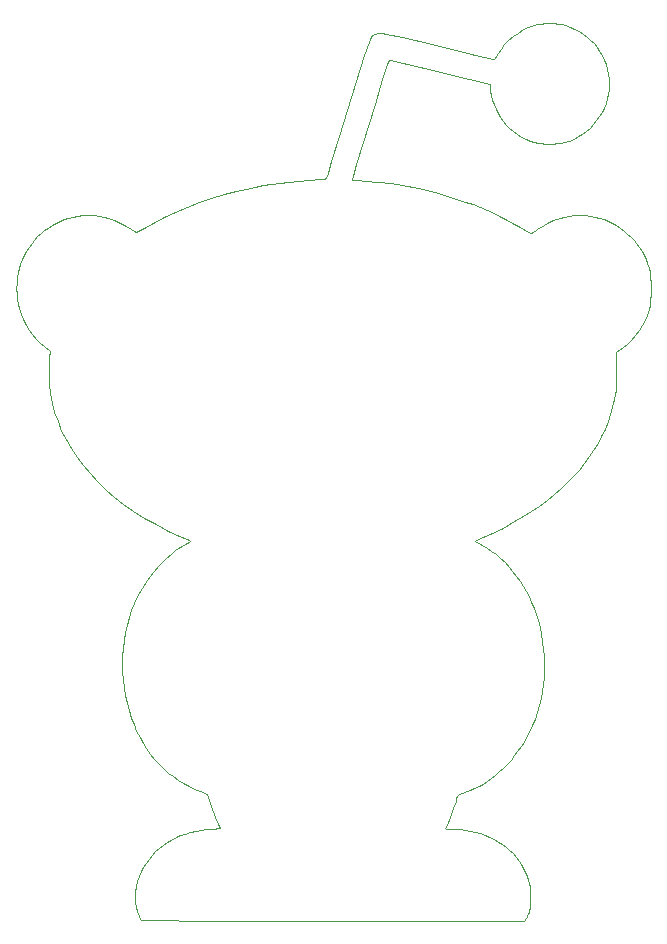
<source format=gbr>
G04 #@! TF.GenerationSoftware,KiCad,Pcbnew,(5.1.2)-1*
G04 #@! TF.CreationDate,2019-07-21T18:54:46-05:00*
G04 #@! TF.ProjectId,reddit-snoo-meetup,72656464-6974-42d7-936e-6f6f2d6d6565,rev?*
G04 #@! TF.SameCoordinates,Original*
G04 #@! TF.FileFunction,Profile,NP*
%FSLAX46Y46*%
G04 Gerber Fmt 4.6, Leading zero omitted, Abs format (unit mm)*
G04 Created by KiCad (PCBNEW (5.1.2)-1) date 2019-07-21 18:54:46*
%MOMM*%
%LPD*%
G04 APERTURE LIST*
%ADD10C,0.100000*%
G04 APERTURE END LIST*
D10*
X-14730858Y-35883875D02*
X-14796278Y-35837685D01*
X-14796278Y-35837685D02*
X-14865968Y-35752875D01*
X-14865968Y-35752875D02*
X-15008874Y-35488300D01*
X-15008874Y-35488300D02*
X-15141044Y-35131993D01*
X-15141044Y-35131993D02*
X-15243939Y-34725797D01*
X-15243939Y-34725797D02*
X-15298089Y-34326266D01*
X-15298089Y-34326266D02*
X-15311489Y-33898912D01*
X-15311489Y-33898912D02*
X-15286069Y-33454513D01*
X-15286069Y-33454513D02*
X-15223739Y-33003849D01*
X-15223739Y-33003849D02*
X-15126419Y-32557697D01*
X-15126419Y-32557697D02*
X-14996031Y-32126834D01*
X-14996031Y-32126834D02*
X-14834493Y-31722040D01*
X-14834493Y-31722040D02*
X-14643722Y-31354093D01*
X-14643722Y-31354093D02*
X-14418400Y-31001632D01*
X-14418400Y-31001632D02*
X-14170652Y-30667116D01*
X-14170652Y-30667116D02*
X-13901309Y-30351006D01*
X-13901309Y-30351006D02*
X-13611205Y-30053762D01*
X-13611205Y-30053762D02*
X-13301172Y-29775845D01*
X-13301172Y-29775845D02*
X-12972042Y-29517717D01*
X-12972042Y-29517717D02*
X-12624648Y-29279837D01*
X-12624648Y-29279837D02*
X-12259821Y-29062668D01*
X-12259821Y-29062668D02*
X-11878395Y-28866669D01*
X-11878395Y-28866669D02*
X-11481202Y-28692302D01*
X-11481202Y-28692302D02*
X-11069074Y-28540027D01*
X-11069074Y-28540027D02*
X-10642844Y-28410306D01*
X-10642844Y-28410306D02*
X-10203344Y-28303599D01*
X-10203344Y-28303599D02*
X-9751406Y-28220369D01*
X-9751406Y-28220369D02*
X-9287863Y-28161069D01*
X-9287863Y-28161069D02*
X-8813547Y-28126169D01*
X-8813547Y-28126169D02*
X-8142721Y-28087319D01*
X-8142721Y-28087319D02*
X-8302857Y-27690393D01*
X-8302857Y-27690393D02*
X-8536438Y-27106162D01*
X-8536438Y-27106162D02*
X-8850878Y-26247613D01*
X-8850878Y-26247613D02*
X-9222898Y-25193716D01*
X-9222898Y-25193716D02*
X-9836925Y-24970700D01*
X-9836925Y-24970700D02*
X-10322154Y-24776972D01*
X-10322154Y-24776972D02*
X-10794906Y-24553166D01*
X-10794906Y-24553166D02*
X-11254386Y-24300135D01*
X-11254386Y-24300135D02*
X-11699798Y-24018729D01*
X-11699798Y-24018729D02*
X-12130346Y-23709800D01*
X-12130346Y-23709800D02*
X-12545237Y-23374199D01*
X-12545237Y-23374199D02*
X-12943673Y-23012778D01*
X-12943673Y-23012778D02*
X-13324861Y-22626389D01*
X-13324861Y-22626389D02*
X-13688004Y-22215883D01*
X-13688004Y-22215883D02*
X-14032307Y-21782111D01*
X-14032307Y-21782111D02*
X-14356976Y-21325925D01*
X-14356976Y-21325925D02*
X-14661214Y-20848177D01*
X-14661214Y-20848177D02*
X-14944226Y-20349717D01*
X-14944226Y-20349717D02*
X-15205217Y-19831398D01*
X-15205217Y-19831398D02*
X-15443392Y-19294071D01*
X-15443392Y-19294071D02*
X-15657955Y-18738587D01*
X-15657955Y-18738587D02*
X-15867001Y-18104337D01*
X-15867001Y-18104337D02*
X-16043206Y-17459671D01*
X-16043206Y-17459671D02*
X-16186671Y-16806530D01*
X-16186671Y-16806530D02*
X-16297498Y-16146854D01*
X-16297498Y-16146854D02*
X-16375788Y-15482586D01*
X-16375788Y-15482586D02*
X-16421648Y-14815666D01*
X-16421648Y-14815666D02*
X-16435168Y-14148035D01*
X-16435168Y-14148035D02*
X-16416458Y-13481634D01*
X-16416458Y-13481634D02*
X-16365618Y-12818405D01*
X-16365618Y-12818405D02*
X-16282748Y-12160288D01*
X-16282748Y-12160288D02*
X-16167951Y-11509225D01*
X-16167951Y-11509225D02*
X-16021328Y-10867157D01*
X-16021328Y-10867157D02*
X-15842981Y-10236025D01*
X-15842981Y-10236025D02*
X-15633012Y-9617769D01*
X-15633012Y-9617769D02*
X-15391521Y-9014331D01*
X-15391521Y-9014331D02*
X-15118610Y-8427653D01*
X-15118610Y-8427653D02*
X-14740225Y-7737766D01*
X-14740225Y-7737766D02*
X-14306842Y-7066958D01*
X-14306842Y-7066958D02*
X-13828108Y-6425761D01*
X-13828108Y-6425761D02*
X-13313671Y-5824702D01*
X-13313671Y-5824702D02*
X-12773178Y-5274314D01*
X-12773178Y-5274314D02*
X-12216276Y-4785124D01*
X-12216276Y-4785124D02*
X-11934686Y-4566769D01*
X-11934686Y-4566769D02*
X-11652612Y-4367663D01*
X-11652612Y-4367663D02*
X-11371259Y-4189122D01*
X-11371259Y-4189122D02*
X-11091834Y-4032462D01*
X-11091834Y-4032462D02*
X-10783982Y-3858465D01*
X-10783982Y-3858465D02*
X-10655824Y-3759885D01*
X-10655824Y-3759885D02*
X-10729084Y-3711605D01*
X-10729084Y-3711605D02*
X-10928682Y-3613315D01*
X-10928682Y-3613315D02*
X-11584956Y-3323940D01*
X-11584956Y-3323940D02*
X-12529751Y-2891304D01*
X-12529751Y-2891304D02*
X-13554197Y-2362252D01*
X-13554197Y-2362252D02*
X-14569275Y-1785068D01*
X-14569275Y-1785068D02*
X-15485968Y-1208036D01*
X-15485968Y-1208036D02*
X-16317612Y-622972D01*
X-16317612Y-622972D02*
X-17101528Y-13669D01*
X-17101528Y-13669D02*
X-17836940Y618620D01*
X-17836940Y618620D02*
X-18523074Y1272638D01*
X-18523074Y1272638D02*
X-19159154Y1947130D01*
X-19159154Y1947130D02*
X-19744404Y2640840D01*
X-19744404Y2640840D02*
X-20278049Y3352514D01*
X-20278049Y3352514D02*
X-20759313Y4080896D01*
X-20759313Y4080896D02*
X-21187422Y4824730D01*
X-21187422Y4824730D02*
X-21561599Y5582762D01*
X-21561599Y5582762D02*
X-21881070Y6353736D01*
X-21881070Y6353736D02*
X-22145059Y7136396D01*
X-22145059Y7136396D02*
X-22352790Y7929488D01*
X-22352790Y7929488D02*
X-22503488Y8731755D01*
X-22503488Y8731755D02*
X-22596378Y9541944D01*
X-22596378Y9541944D02*
X-22630688Y10358797D01*
X-22630688Y10358797D02*
X-22618998Y11196944D01*
X-22618998Y11196944D02*
X-22582948Y11832461D01*
X-22582948Y11832461D02*
X-22529508Y12323682D01*
X-22529508Y12323682D02*
X-23034461Y12713480D01*
X-23034461Y12713480D02*
X-23396992Y13019227D01*
X-23396992Y13019227D02*
X-23734925Y13357031D01*
X-23734925Y13357031D02*
X-24046766Y13724635D01*
X-24046766Y13724635D02*
X-24331022Y14119780D01*
X-24331022Y14119780D02*
X-24586199Y14540207D01*
X-24586199Y14540207D02*
X-24810803Y14983659D01*
X-24810803Y14983659D02*
X-25003341Y15447878D01*
X-25003341Y15447878D02*
X-25162320Y15930605D01*
X-25162320Y15930605D02*
X-25250090Y16306824D01*
X-25250090Y16306824D02*
X-25312470Y16728326D01*
X-25312470Y16728326D02*
X-25349490Y17179313D01*
X-25349490Y17179313D02*
X-25361180Y17643987D01*
X-25361180Y17643987D02*
X-25347580Y18106550D01*
X-25347580Y18106550D02*
X-25308720Y18551203D01*
X-25308720Y18551203D02*
X-25244620Y18962148D01*
X-25244620Y18962148D02*
X-25155330Y19323586D01*
X-25155330Y19323586D02*
X-25023884Y19712180D01*
X-25023884Y19712180D02*
X-24872964Y20086734D01*
X-24872964Y20086734D02*
X-24703025Y20446782D01*
X-24703025Y20446782D02*
X-24514526Y20791857D01*
X-24514526Y20791857D02*
X-24307923Y21121492D01*
X-24307923Y21121492D02*
X-24083674Y21435221D01*
X-24083674Y21435221D02*
X-23842237Y21732576D01*
X-23842237Y21732576D02*
X-23584068Y22013090D01*
X-23584068Y22013090D02*
X-23309624Y22276298D01*
X-23309624Y22276298D02*
X-23019364Y22521731D01*
X-23019364Y22521731D02*
X-22713744Y22748924D01*
X-22713744Y22748924D02*
X-22393221Y22957409D01*
X-22393221Y22957409D02*
X-22058254Y23146720D01*
X-22058254Y23146720D02*
X-21709298Y23316389D01*
X-21709298Y23316389D02*
X-21346812Y23465951D01*
X-21346812Y23465951D02*
X-20971252Y23594938D01*
X-20971252Y23594938D02*
X-20608515Y23685248D01*
X-20608515Y23685248D02*
X-20196605Y23749698D01*
X-20196605Y23749698D02*
X-19752039Y23788288D01*
X-19752039Y23788288D02*
X-19291334Y23801028D01*
X-19291334Y23801028D02*
X-18831007Y23787928D01*
X-18831007Y23787928D02*
X-18387574Y23748988D01*
X-18387574Y23748988D02*
X-17977552Y23684228D01*
X-17977552Y23684228D02*
X-17617458Y23593638D01*
X-17617458Y23593638D02*
X-17074301Y23400837D01*
X-17074301Y23400837D02*
X-16570474Y23176597D01*
X-16570474Y23176597D02*
X-16111743Y22923774D01*
X-16111743Y22923774D02*
X-15703871Y22645226D01*
X-15703871Y22645226D02*
X-15414869Y22438710D01*
X-15414869Y22438710D02*
X-15257977Y22352810D01*
X-15257977Y22352810D02*
X-15040448Y22460575D01*
X-15040448Y22460575D02*
X-14605659Y22719670D01*
X-14605659Y22719670D02*
X-13799213Y23190736D01*
X-13799213Y23190736D02*
X-12913408Y23651776D01*
X-12913408Y23651776D02*
X-11963150Y24096796D01*
X-11963150Y24096796D02*
X-10963346Y24519803D01*
X-10963346Y24519803D02*
X-9928899Y24914802D01*
X-9928899Y24914802D02*
X-8874717Y25275800D01*
X-8874717Y25275800D02*
X-7815704Y25596803D01*
X-7815704Y25596803D02*
X-6766767Y25871817D01*
X-6766767Y25871817D02*
X-5953802Y26061206D01*
X-5953802Y26061206D02*
X-5202026Y26221980D01*
X-5202026Y26221980D02*
X-4488796Y26357512D01*
X-4488796Y26357512D02*
X-3791471Y26471176D01*
X-3791471Y26471176D02*
X-3087408Y26566346D01*
X-3087408Y26566346D02*
X-2353965Y26646396D01*
X-2353965Y26646396D02*
X-708369Y26774640D01*
X-708369Y26774640D02*
X346940Y26856380D01*
X346940Y26856380D02*
X679283Y26893960D01*
X679283Y26893960D02*
X814781Y26922860D01*
X814781Y26922860D02*
X975152Y27370975D01*
X975152Y27370975D02*
X1291261Y28370263D01*
X1291261Y28370263D02*
X1952531Y30498889D01*
X1952531Y30498889D02*
X2639871Y32709385D01*
X2639871Y32709385D02*
X4082583Y37339104D01*
X4082583Y37339104D02*
X4446919Y38438418D01*
X4446919Y38438418D02*
X4554889Y38731055D01*
X4554889Y38731055D02*
X4619129Y38870199D01*
X4619129Y38870199D02*
X4693179Y38957049D01*
X4693179Y38957049D02*
X4798981Y39047299D01*
X4798981Y39047299D02*
X4922418Y39130289D01*
X4922418Y39130289D02*
X5049375Y39195339D01*
X5049375Y39195339D02*
X5172633Y39240719D01*
X5172633Y39240719D02*
X5322191Y39261289D01*
X5322191Y39261289D02*
X5552335Y39246589D01*
X5552335Y39246589D02*
X5917355Y39186169D01*
X5917355Y39186169D02*
X7269172Y38886344D01*
X7269172Y38886344D02*
X9811945Y38278175D01*
X9811945Y38278175D02*
X13455175Y37408492D01*
X13455175Y37408492D02*
X14983615Y37040728D01*
X14983615Y37040728D02*
X15021955Y37037028D01*
X15021955Y37037028D02*
X15061845Y37048908D01*
X15061845Y37048908D02*
X15150475Y37124308D01*
X15150475Y37124308D02*
X15257911Y37276701D01*
X15257911Y37276701D02*
X15392556Y37515843D01*
X15392556Y37515843D02*
X15632991Y37908378D01*
X15632991Y37908378D02*
X15928775Y38286441D01*
X15928775Y38286441D02*
X16272470Y38644175D01*
X16272470Y38644175D02*
X16656637Y38975723D01*
X16656637Y38975723D02*
X17073839Y39275228D01*
X17073839Y39275228D02*
X17516636Y39536832D01*
X17516636Y39536832D02*
X17977591Y39754678D01*
X17977591Y39754678D02*
X18449266Y39922909D01*
X18449266Y39922909D02*
X18725510Y39987969D01*
X18725510Y39987969D02*
X19045671Y40034438D01*
X19045671Y40034438D02*
X19395112Y40062319D01*
X19395112Y40062319D02*
X19759191Y40071609D01*
X19759191Y40071609D02*
X20123270Y40062319D01*
X20123270Y40062319D02*
X20472711Y40034438D01*
X20472711Y40034438D02*
X20792872Y39987969D01*
X20792872Y39987969D02*
X21069116Y39922909D01*
X21069116Y39922909D02*
X21475242Y39783711D01*
X21475242Y39783711D02*
X21863789Y39614321D01*
X21863789Y39614321D02*
X22233567Y39416324D01*
X22233567Y39416324D02*
X22583386Y39191307D01*
X22583386Y39191307D02*
X22912057Y38940855D01*
X22912057Y38940855D02*
X23218389Y38666555D01*
X23218389Y38666555D02*
X23501193Y38369993D01*
X23501193Y38369993D02*
X23759280Y38052754D01*
X23759280Y38052754D02*
X23991459Y37716425D01*
X23991459Y37716425D02*
X24196541Y37362591D01*
X24196541Y37362591D02*
X24373336Y36992839D01*
X24373336Y36992839D02*
X24520654Y36608755D01*
X24520654Y36608755D02*
X24637306Y36211924D01*
X24637306Y36211924D02*
X24722106Y35803933D01*
X24722106Y35803933D02*
X24773856Y35386368D01*
X24773856Y35386368D02*
X24791366Y34960814D01*
X24791366Y34960814D02*
X24772976Y34532431D01*
X24772976Y34532431D02*
X24718796Y34110876D01*
X24718796Y34110876D02*
X24630296Y33698078D01*
X24630296Y33698078D02*
X24508933Y33295967D01*
X24508933Y33295967D02*
X24356178Y32906473D01*
X24356178Y32906473D02*
X24173498Y32531524D01*
X24173498Y32531524D02*
X23962362Y32173050D01*
X23962362Y32173050D02*
X23724236Y31832980D01*
X23724236Y31832980D02*
X23460587Y31513243D01*
X23460587Y31513243D02*
X23172884Y31215770D01*
X23172884Y31215770D02*
X22862592Y30942489D01*
X22862592Y30942489D02*
X22531179Y30695329D01*
X22531179Y30695329D02*
X22180113Y30476221D01*
X22180113Y30476221D02*
X21810861Y30287093D01*
X21810861Y30287093D02*
X21424889Y30129874D01*
X21424889Y30129874D02*
X21023666Y30006495D01*
X21023666Y30006495D02*
X20747589Y29948615D01*
X20747589Y29948615D02*
X20437382Y29907245D01*
X20437382Y29907245D02*
X20104301Y29882405D01*
X20104301Y29882405D02*
X19759605Y29874105D01*
X19759605Y29874105D02*
X19414549Y29882305D01*
X19414549Y29882305D02*
X19080393Y29907035D01*
X19080393Y29907035D02*
X18768393Y29948305D01*
X18768393Y29948305D02*
X18489806Y30006105D01*
X18489806Y30006105D02*
X18110835Y30122119D01*
X18110835Y30122119D02*
X17736582Y30273895D01*
X17736582Y30273895D02*
X17371084Y30458746D01*
X17371084Y30458746D02*
X17018376Y30673986D01*
X17018376Y30673986D02*
X16682497Y30916929D01*
X16682497Y30916929D02*
X16367482Y31184889D01*
X16367482Y31184889D02*
X16077370Y31475179D01*
X16077370Y31475179D02*
X15816196Y31785114D01*
X15816196Y31785114D02*
X15595927Y32100257D01*
X15595927Y32100257D02*
X15391236Y32449240D01*
X15391236Y32449240D02*
X15206321Y32821080D01*
X15206321Y32821080D02*
X15045382Y33204790D01*
X15045382Y33204790D02*
X14912620Y33589384D01*
X14912620Y33589384D02*
X14812233Y33963879D01*
X14812233Y33963879D02*
X14748423Y34317287D01*
X14748423Y34317287D02*
X14725383Y34638625D01*
X14725383Y34638625D02*
X14724383Y34930373D01*
X14724383Y34930373D02*
X12984633Y35353621D01*
X12984633Y35353621D02*
X8829723Y36354476D01*
X8829723Y36354476D02*
X6279023Y36972893D01*
X6279023Y36972893D02*
X6226723Y36966693D01*
X6226723Y36966693D02*
X6169753Y36914093D01*
X6169753Y36914093D02*
X6105963Y36809818D01*
X6105963Y36809818D02*
X6033203Y36648610D01*
X6033203Y36648610D02*
X5852224Y36134355D01*
X5852224Y36134355D02*
X5609676Y35329242D01*
X5609676Y35329242D02*
X4955376Y33200617D01*
X4955376Y33200617D02*
X3381738Y28128868D01*
X3381738Y28128868D02*
X3093161Y27165866D01*
X3093161Y27165866D02*
X3016931Y26859522D01*
X3016931Y26859522D02*
X3050991Y26825302D01*
X3050991Y26825302D02*
X3145471Y26798152D01*
X3145471Y26798152D02*
X3469547Y26773802D01*
X3469547Y26773802D02*
X4191804Y26735812D01*
X4191804Y26735812D02*
X5214746Y26637962D01*
X5214746Y26637962D02*
X6316248Y26504448D01*
X6316248Y26504448D02*
X7274187Y26359459D01*
X7274187Y26359459D02*
X8674248Y26084677D01*
X8674248Y26084677D02*
X10036822Y25759140D01*
X10036822Y25759140D02*
X11359216Y25383807D01*
X11359216Y25383807D02*
X12638734Y24959641D01*
X12638734Y24959641D02*
X13261573Y24729545D01*
X13261573Y24729545D02*
X13872682Y24487601D01*
X13872682Y24487601D02*
X14471724Y24233929D01*
X14471724Y24233929D02*
X15058363Y23968649D01*
X15058363Y23968649D02*
X15632262Y23691881D01*
X15632262Y23691881D02*
X16193083Y23403746D01*
X16193083Y23403746D02*
X16740490Y23104363D01*
X16740490Y23104363D02*
X17274147Y22793853D01*
X17274147Y22793853D02*
X17906136Y22424545D01*
X17906136Y22424545D02*
X18201877Y22270939D01*
X18201877Y22270939D02*
X18341893Y22352619D01*
X18341893Y22352619D02*
X18599427Y22549004D01*
X18599427Y22549004D02*
X18798909Y22700383D01*
X18798909Y22700383D02*
X19023871Y22851225D01*
X19023871Y22851225D02*
X19529543Y23140580D01*
X19529543Y23140580D02*
X20075057Y23395637D01*
X20075057Y23395637D02*
X20619027Y23594960D01*
X20619027Y23594960D02*
X20981766Y23685270D01*
X20981766Y23685270D02*
X21393677Y23749720D01*
X21393677Y23749720D02*
X21838244Y23788310D01*
X21838244Y23788310D02*
X22298950Y23801050D01*
X22298950Y23801050D02*
X22759277Y23787950D01*
X22759277Y23787950D02*
X23202710Y23749010D01*
X23202710Y23749010D02*
X23612733Y23684250D01*
X23612733Y23684250D02*
X23972827Y23593660D01*
X23972827Y23593660D02*
X24355551Y23461049D01*
X24355551Y23461049D02*
X24725023Y23308016D01*
X24725023Y23308016D02*
X25080637Y23135176D01*
X25080637Y23135176D02*
X25421783Y22943140D01*
X25421783Y22943140D02*
X25747856Y22732521D01*
X25747856Y22732521D02*
X26058246Y22503933D01*
X26058246Y22503933D02*
X26352346Y22257989D01*
X26352346Y22257989D02*
X26629548Y21995301D01*
X26629548Y21995301D02*
X26889245Y21716482D01*
X26889245Y21716482D02*
X27130829Y21422145D01*
X27130829Y21422145D02*
X27353693Y21112903D01*
X27353693Y21112903D02*
X27557227Y20789370D01*
X27557227Y20789370D02*
X27740826Y20452157D01*
X27740826Y20452157D02*
X27903881Y20101878D01*
X27903881Y20101878D02*
X28045783Y19739146D01*
X28045783Y19739146D02*
X28165927Y19364573D01*
X28165927Y19364573D02*
X28254347Y18982083D01*
X28254347Y18982083D02*
X28317497Y18550254D01*
X28317497Y18550254D02*
X28355387Y18085532D01*
X28355387Y18085532D02*
X28368017Y17604363D01*
X28368017Y17604363D02*
X28355387Y17123194D01*
X28355387Y17123194D02*
X28317497Y16658472D01*
X28317497Y16658472D02*
X28254347Y16226643D01*
X28254347Y16226643D02*
X28165927Y15844153D01*
X28165927Y15844153D02*
X28010802Y15381743D01*
X28010802Y15381743D02*
X27813811Y14925128D01*
X27813811Y14925128D02*
X27578832Y14479990D01*
X27578832Y14479990D02*
X27309744Y14052014D01*
X27309744Y14052014D02*
X27010425Y13646884D01*
X27010425Y13646884D02*
X26684752Y13270283D01*
X26684752Y13270283D02*
X26336603Y12927894D01*
X26336603Y12927894D02*
X25969857Y12625401D01*
X25969857Y12625401D02*
X25417217Y12211533D01*
X25417217Y12211533D02*
X25407217Y10548358D01*
X25407217Y10548358D02*
X25386597Y9446504D01*
X25386597Y9446504D02*
X25360187Y9023732D01*
X25360187Y9023732D02*
X25317127Y8645390D01*
X25317127Y8645390D02*
X25252987Y8280724D01*
X25252987Y8280724D02*
X25163327Y7898979D01*
X25163327Y7898979D02*
X24889687Y6961234D01*
X24889687Y6961234D02*
X24680586Y6347958D01*
X24680586Y6347958D02*
X24435356Y5741107D01*
X24435356Y5741107D02*
X24154603Y5141395D01*
X24154603Y5141395D02*
X23838937Y4549537D01*
X23838937Y4549537D02*
X23488965Y3966250D01*
X23488965Y3966250D02*
X23105294Y3392247D01*
X23105294Y3392247D02*
X22688532Y2828246D01*
X22688532Y2828246D02*
X22239287Y2274960D01*
X22239287Y2274960D02*
X21758166Y1733105D01*
X21758166Y1733105D02*
X21245778Y1203397D01*
X21245778Y1203397D02*
X20702730Y686550D01*
X20702730Y686550D02*
X20129629Y183281D01*
X20129629Y183281D02*
X19527084Y-305697D01*
X19527084Y-305697D02*
X18895702Y-779666D01*
X18895702Y-779666D02*
X18236090Y-1237913D01*
X18236090Y-1237913D02*
X17548857Y-1679721D01*
X17548857Y-1679721D02*
X16796250Y-2108892D01*
X16796250Y-2108892D02*
X15788996Y-2636594D01*
X15788996Y-2636594D02*
X14710857Y-3169378D01*
X14710857Y-3169378D02*
X13745597Y-3613796D01*
X13745597Y-3613796D02*
X13462757Y-3736963D01*
X13462757Y-3736963D02*
X14032147Y-4072135D01*
X14032147Y-4072135D02*
X14445869Y-4330682D01*
X14445869Y-4330682D02*
X14846340Y-4611180D01*
X14846340Y-4611180D02*
X15233038Y-4912925D01*
X15233038Y-4912925D02*
X15605439Y-5235213D01*
X15605439Y-5235213D02*
X15963021Y-5577339D01*
X15963021Y-5577339D02*
X16305260Y-5938599D01*
X16305260Y-5938599D02*
X16631633Y-6318289D01*
X16631633Y-6318289D02*
X16941617Y-6715705D01*
X16941617Y-6715705D02*
X17234689Y-7130143D01*
X17234689Y-7130143D02*
X17510326Y-7560898D01*
X17510326Y-7560898D02*
X17768005Y-8007266D01*
X17768005Y-8007266D02*
X18007202Y-8468543D01*
X18007202Y-8468543D02*
X18227395Y-8944025D01*
X18227395Y-8944025D02*
X18428061Y-9433007D01*
X18428061Y-9433007D02*
X18608676Y-9934785D01*
X18608676Y-9934785D02*
X18768717Y-10448656D01*
X18768717Y-10448656D02*
X18928683Y-11054580D01*
X18928683Y-11054580D02*
X19060795Y-11663219D01*
X19060795Y-11663219D02*
X19165127Y-12273597D01*
X19165127Y-12273597D02*
X19241757Y-12884740D01*
X19241757Y-12884740D02*
X19290757Y-13495672D01*
X19290757Y-13495672D02*
X19312207Y-14105418D01*
X19312207Y-14105418D02*
X19306207Y-14713002D01*
X19306207Y-14713002D02*
X19272787Y-15317448D01*
X19272787Y-15317448D02*
X19212047Y-15917781D01*
X19212047Y-15917781D02*
X19124067Y-16513026D01*
X19124067Y-16513026D02*
X19008913Y-17102208D01*
X19008913Y-17102208D02*
X18866666Y-17684350D01*
X18866666Y-17684350D02*
X18697402Y-18258477D01*
X18697402Y-18258477D02*
X18501199Y-18823615D01*
X18501199Y-18823615D02*
X18278131Y-19378787D01*
X18278131Y-19378787D02*
X18028276Y-19923018D01*
X18028276Y-19923018D02*
X17809594Y-20347195D01*
X17809594Y-20347195D02*
X17574102Y-20760109D01*
X17574102Y-20760109D02*
X17322701Y-21160870D01*
X17322701Y-21160870D02*
X17056293Y-21548591D01*
X17056293Y-21548591D02*
X16775781Y-21922382D01*
X16775781Y-21922382D02*
X16482067Y-22281354D01*
X16482067Y-22281354D02*
X16176053Y-22624618D01*
X16176053Y-22624618D02*
X15858641Y-22951286D01*
X15858641Y-22951286D02*
X15530733Y-23260468D01*
X15530733Y-23260468D02*
X15193232Y-23551276D01*
X15193232Y-23551276D02*
X14847039Y-23822820D01*
X14847039Y-23822820D02*
X14493056Y-24074212D01*
X14493056Y-24074212D02*
X14132187Y-24304563D01*
X14132187Y-24304563D02*
X13765332Y-24512984D01*
X13765332Y-24512984D02*
X13393394Y-24698585D01*
X13393394Y-24698585D02*
X13017276Y-24860479D01*
X13017276Y-24860479D02*
X12128196Y-25215120D01*
X12128196Y-25215120D02*
X12038526Y-25275220D01*
X12038526Y-25275220D02*
X11958196Y-25381087D01*
X11958196Y-25381087D02*
X11883986Y-25538191D01*
X11883986Y-25538191D02*
X11812676Y-25752000D01*
X11812676Y-25752000D02*
X11611983Y-26346687D01*
X11611983Y-26346687D02*
X11318396Y-27126550D01*
X11318396Y-27126550D02*
X11064278Y-27791301D01*
X11064278Y-27791301D02*
X10958496Y-28109228D01*
X10958496Y-28109228D02*
X10976016Y-28133418D01*
X10976016Y-28133418D02*
X11023826Y-28146828D01*
X11023826Y-28146828D02*
X11181119Y-28137628D01*
X11181119Y-28137628D02*
X11328466Y-28126848D01*
X11328466Y-28126848D02*
X11564971Y-28128948D01*
X11564971Y-28128948D02*
X12175009Y-28167978D01*
X12175009Y-28167978D02*
X12617188Y-28222148D01*
X12617188Y-28222148D02*
X13050139Y-28299758D01*
X13050139Y-28299758D02*
X13472826Y-28400161D01*
X13472826Y-28400161D02*
X13884209Y-28522722D01*
X13884209Y-28522722D02*
X14283252Y-28666800D01*
X14283252Y-28666800D02*
X14668918Y-28831756D01*
X14668918Y-28831756D02*
X15040168Y-29016951D01*
X15040168Y-29016951D02*
X15395965Y-29221744D01*
X15395965Y-29221744D02*
X15735272Y-29445496D01*
X15735272Y-29445496D02*
X16057051Y-29687567D01*
X16057051Y-29687567D02*
X16360263Y-29947318D01*
X16360263Y-29947318D02*
X16643873Y-30224109D01*
X16643873Y-30224109D02*
X16906842Y-30517300D01*
X16906842Y-30517300D02*
X17148133Y-30826252D01*
X17148133Y-30826252D02*
X17366708Y-31150324D01*
X17366708Y-31150324D02*
X17561529Y-31488878D01*
X17561529Y-31488878D02*
X17725180Y-31818972D01*
X17725180Y-31818972D02*
X17860387Y-32138028D01*
X17860387Y-32138028D02*
X17968314Y-32451335D01*
X17968314Y-32451335D02*
X18050124Y-32764182D01*
X18050124Y-32764182D02*
X18106974Y-33081858D01*
X18106974Y-33081858D02*
X18140034Y-33409651D01*
X18140034Y-33409651D02*
X18150474Y-33752852D01*
X18150474Y-33752852D02*
X18139444Y-34116747D01*
X18139444Y-34116747D02*
X18090884Y-34703915D01*
X18090884Y-34703915D02*
X18015594Y-35141425D01*
X18015594Y-35141425D02*
X17964924Y-35316337D01*
X17964924Y-35316337D02*
X17903964Y-35468568D01*
X17903964Y-35468568D02*
X17831514Y-35603030D01*
X17831514Y-35603030D02*
X17746374Y-35724634D01*
X17746374Y-35724634D02*
X17577924Y-35938787D01*
X17577924Y-35938787D02*
X1475904Y-35932287D01*
X1475904Y-35932287D02*
X-9926858Y-35915357D01*
X-9926858Y-35915357D02*
X-13419515Y-35900617D01*
X-13419515Y-35900617D02*
X-14730651Y-35883797D01*
X-14730651Y-35883797D02*
X-14730868Y-35883889D01*
X-14730868Y-35883889D02*
X-14730858Y-35883875D01*
M02*

</source>
